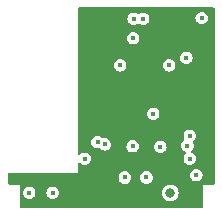
<source format=gbr>
%TF.GenerationSoftware,KiCad,Pcbnew,7.0.10*%
%TF.CreationDate,2024-04-18T15:46:53+08:00*%
%TF.ProjectId,esp32c3-vertical,65737033-3263-4332-9d76-657274696361,rev?*%
%TF.SameCoordinates,Original*%
%TF.FileFunction,Copper,L3,Inr*%
%TF.FilePolarity,Positive*%
%FSLAX46Y46*%
G04 Gerber Fmt 4.6, Leading zero omitted, Abs format (unit mm)*
G04 Created by KiCad (PCBNEW 7.0.10) date 2024-04-18 15:46:53*
%MOMM*%
%LPD*%
G01*
G04 APERTURE LIST*
%TA.AperFunction,ViaPad*%
%ADD10C,0.450000*%
%TD*%
%TA.AperFunction,ViaPad*%
%ADD11C,0.800000*%
%TD*%
G04 APERTURE END LIST*
D10*
%TO.N,GND*%
X13650000Y12100000D03*
%TO.N,+3.3V*%
X15100000Y11100000D03*
%TO.N,GND*%
X12300000Y8000000D03*
X9500000Y12100000D03*
%TO.N,U0RX*%
X11450000Y16025000D03*
%TO.N,U0TX*%
X10650000Y16025000D03*
%TO.N,OP*%
X10600000Y14400000D03*
%TO.N,CH2*%
X3785714Y1300000D03*
%TO.N,CH1*%
X1800000Y1300000D03*
%TO.N,CH2*%
X7583353Y5605549D03*
%TO.N,CH1*%
X8200000Y5400000D03*
%TO.N,GND*%
X15400000Y4200000D03*
%TO.N,OUT1*%
X15200000Y5300000D03*
X11728570Y2600000D03*
%TO.N,OUT2*%
X9900000Y2600000D03*
X15400000Y6125000D03*
%TO.N,+3.3V*%
X8200000Y8000000D03*
X9100000Y5200000D03*
%TO.N,GND*%
X6500000Y4200000D03*
X16400000Y16100000D03*
%TO.N,Net-(U2-GPIO8)*%
X15100000Y12725000D03*
%TO.N,Net-(U2-GPIO2{slash}ADC1_CH2)*%
X10550000Y5250000D03*
%TO.N,EN*%
X12900000Y5200000D03*
D11*
%TO.N,GND*%
X13750000Y1300000D03*
D10*
%TO.N,+5V*%
X15950000Y2800000D03*
%TD*%
%TA.AperFunction,Conductor*%
%TO.N,+3.3V*%
G36*
X17442539Y16979815D02*
G01*
X17488294Y16927011D01*
X17499500Y16875500D01*
X17499500Y2124500D01*
X17479815Y2057461D01*
X17427011Y2011706D01*
X17375500Y2000500D01*
X16524760Y2000500D01*
X16524554Y2000541D01*
X16499998Y2000541D01*
X16499807Y2000462D01*
X16499619Y2000385D01*
X16499615Y2000382D01*
X16499459Y2000001D01*
X16499476Y1975384D01*
X16499471Y1975384D01*
X16499500Y1975241D01*
X16499500Y124500D01*
X16479815Y57461D01*
X16427011Y11706D01*
X16375500Y500D01*
X1124500Y500D01*
X1057461Y20185D01*
X1011706Y72989D01*
X1000500Y124500D01*
X1000500Y1300000D01*
X1269965Y1300000D01*
X1288026Y1162819D01*
X1288027Y1162814D01*
X1340974Y1034985D01*
X1340975Y1034983D01*
X1340976Y1034982D01*
X1425209Y925209D01*
X1534982Y840976D01*
X1662817Y788026D01*
X1785702Y771848D01*
X1799999Y769965D01*
X1800000Y769965D01*
X1800001Y769965D01*
X1812947Y771670D01*
X1937183Y788026D01*
X2065018Y840976D01*
X2174791Y925209D01*
X2259024Y1034982D01*
X2311974Y1162817D01*
X2330035Y1300000D01*
X3255679Y1300000D01*
X3273740Y1162819D01*
X3273741Y1162814D01*
X3326688Y1034985D01*
X3326689Y1034983D01*
X3326690Y1034982D01*
X3410923Y925209D01*
X3520696Y840976D01*
X3648531Y788026D01*
X3771416Y771848D01*
X3785713Y769965D01*
X3785714Y769965D01*
X3785715Y769965D01*
X3798661Y771670D01*
X3922897Y788026D01*
X4050732Y840976D01*
X4160505Y925209D01*
X4244738Y1034982D01*
X4297688Y1162817D01*
X4315749Y1300000D01*
X13044355Y1300000D01*
X13064859Y1131131D01*
X13064860Y1131126D01*
X13125182Y972069D01*
X13157527Y925210D01*
X13221817Y832071D01*
X13327505Y738440D01*
X13349150Y719264D01*
X13499773Y640211D01*
X13499775Y640210D01*
X13664944Y599500D01*
X13835056Y599500D01*
X14000225Y640210D01*
X14079692Y681919D01*
X14150849Y719264D01*
X14150850Y719266D01*
X14150852Y719266D01*
X14278183Y832071D01*
X14374818Y972070D01*
X14435140Y1131128D01*
X14455645Y1300000D01*
X14435140Y1468872D01*
X14374818Y1627930D01*
X14278183Y1767929D01*
X14150852Y1880734D01*
X14150849Y1880737D01*
X14000226Y1959790D01*
X13835056Y2000500D01*
X13664944Y2000500D01*
X13499773Y1959790D01*
X13349150Y1880737D01*
X13221816Y1767928D01*
X13125182Y1627932D01*
X13064860Y1468875D01*
X13064859Y1468870D01*
X13044355Y1300000D01*
X4315749Y1300000D01*
X4297688Y1437183D01*
X4244738Y1565017D01*
X4160505Y1674791D01*
X4160503Y1674792D01*
X4160503Y1674793D01*
X4050729Y1759026D01*
X3922900Y1811973D01*
X3922898Y1811974D01*
X3922897Y1811974D01*
X3831441Y1824015D01*
X3785715Y1830035D01*
X3785713Y1830035D01*
X3717122Y1821005D01*
X3648531Y1811974D01*
X3648530Y1811974D01*
X3648527Y1811973D01*
X3520699Y1759026D01*
X3410923Y1674791D01*
X3326688Y1565015D01*
X3273741Y1437187D01*
X3273740Y1437182D01*
X3255679Y1300001D01*
X3255679Y1300000D01*
X2330035Y1300000D01*
X2311974Y1437183D01*
X2259024Y1565017D01*
X2174791Y1674791D01*
X2174789Y1674792D01*
X2174789Y1674793D01*
X2065015Y1759026D01*
X1937186Y1811973D01*
X1937184Y1811974D01*
X1937183Y1811974D01*
X1845727Y1824015D01*
X1800001Y1830035D01*
X1799999Y1830035D01*
X1731408Y1821005D01*
X1662817Y1811974D01*
X1662816Y1811974D01*
X1662813Y1811973D01*
X1534985Y1759026D01*
X1425209Y1674791D01*
X1340974Y1565015D01*
X1288027Y1437187D01*
X1288026Y1437182D01*
X1269965Y1300001D01*
X1269965Y1300000D01*
X1000500Y1300000D01*
X1000500Y1975241D01*
X1000528Y1975384D01*
X1000524Y1975384D01*
X1000539Y1999998D01*
X1000541Y2000000D01*
X1000462Y2000192D01*
X1000384Y2000382D01*
X1000380Y2000386D01*
X1000194Y2000462D01*
X1000002Y2000541D01*
X975446Y2000541D01*
X975240Y2000500D01*
X124500Y2000500D01*
X57461Y2020185D01*
X11706Y2072989D01*
X500Y2124500D01*
X500Y2600000D01*
X9369965Y2600000D01*
X9388026Y2462819D01*
X9388027Y2462814D01*
X9440974Y2334985D01*
X9440975Y2334983D01*
X9440976Y2334982D01*
X9525209Y2225209D01*
X9634982Y2140976D01*
X9762817Y2088026D01*
X9885702Y2071848D01*
X9899999Y2069965D01*
X9900000Y2069965D01*
X9900001Y2069965D01*
X9912947Y2071670D01*
X10037183Y2088026D01*
X10165018Y2140976D01*
X10274791Y2225209D01*
X10359024Y2334982D01*
X10411974Y2462817D01*
X10430035Y2600000D01*
X11198535Y2600000D01*
X11216596Y2462819D01*
X11216597Y2462814D01*
X11269544Y2334985D01*
X11269545Y2334983D01*
X11269546Y2334982D01*
X11353779Y2225209D01*
X11463552Y2140976D01*
X11591387Y2088026D01*
X11714272Y2071848D01*
X11728569Y2069965D01*
X11728570Y2069965D01*
X11728571Y2069965D01*
X11741517Y2071670D01*
X11865753Y2088026D01*
X11993588Y2140976D01*
X12103361Y2225209D01*
X12187594Y2334982D01*
X12240544Y2462817D01*
X12258605Y2600000D01*
X12240544Y2737183D01*
X12214525Y2800000D01*
X15419965Y2800000D01*
X15428235Y2737182D01*
X15438026Y2662819D01*
X15438027Y2662814D01*
X15490974Y2534985D01*
X15490975Y2534983D01*
X15490976Y2534982D01*
X15575209Y2425209D01*
X15684982Y2340976D01*
X15812817Y2288026D01*
X15935702Y2271848D01*
X15949999Y2269965D01*
X15950000Y2269965D01*
X15950001Y2269965D01*
X15962947Y2271670D01*
X16087183Y2288026D01*
X16215018Y2340976D01*
X16324791Y2425209D01*
X16409024Y2534982D01*
X16461974Y2662817D01*
X16480035Y2800000D01*
X16461974Y2937183D01*
X16426674Y3022406D01*
X16409025Y3065015D01*
X16409024Y3065016D01*
X16409024Y3065017D01*
X16324791Y3174791D01*
X16324789Y3174792D01*
X16324789Y3174793D01*
X16215015Y3259026D01*
X16087186Y3311973D01*
X16087184Y3311974D01*
X16087183Y3311974D01*
X15995727Y3324015D01*
X15950001Y3330035D01*
X15949999Y3330035D01*
X15881408Y3321005D01*
X15812817Y3311974D01*
X15812816Y3311974D01*
X15812813Y3311973D01*
X15684985Y3259026D01*
X15575209Y3174791D01*
X15490974Y3065015D01*
X15438027Y2937187D01*
X15438026Y2937184D01*
X15438026Y2937183D01*
X15419965Y2800000D01*
X12214525Y2800000D01*
X12187594Y2865017D01*
X12103361Y2974791D01*
X12103359Y2974792D01*
X12103359Y2974793D01*
X11993585Y3059026D01*
X11865756Y3111973D01*
X11865754Y3111974D01*
X11865753Y3111974D01*
X11774297Y3124015D01*
X11728571Y3130035D01*
X11728569Y3130035D01*
X11659978Y3121005D01*
X11591387Y3111974D01*
X11591386Y3111974D01*
X11591383Y3111973D01*
X11463555Y3059026D01*
X11353779Y2974791D01*
X11269544Y2865015D01*
X11216597Y2737187D01*
X11216596Y2737182D01*
X11198535Y2600001D01*
X11198535Y2600000D01*
X10430035Y2600000D01*
X10411974Y2737183D01*
X10359024Y2865017D01*
X10274791Y2974791D01*
X10274789Y2974792D01*
X10274789Y2974793D01*
X10165015Y3059026D01*
X10037186Y3111973D01*
X10037184Y3111974D01*
X10037183Y3111974D01*
X9945727Y3124015D01*
X9900001Y3130035D01*
X9899999Y3130035D01*
X9831408Y3121005D01*
X9762817Y3111974D01*
X9762816Y3111974D01*
X9762813Y3111973D01*
X9634985Y3059026D01*
X9525209Y2974791D01*
X9440974Y2865015D01*
X9388027Y2737187D01*
X9388026Y2737182D01*
X9369965Y2600001D01*
X9369965Y2600000D01*
X500Y2600000D01*
X500Y2876000D01*
X20185Y2943039D01*
X72989Y2988794D01*
X124500Y3000000D01*
X5900000Y3000000D01*
X5900000Y3753415D01*
X5919685Y3820454D01*
X5972489Y3866209D01*
X6041647Y3876153D01*
X6105203Y3847128D01*
X6122375Y3828902D01*
X6125209Y3825209D01*
X6234982Y3740976D01*
X6362817Y3688026D01*
X6485702Y3671848D01*
X6499999Y3669965D01*
X6500000Y3669965D01*
X6500001Y3669965D01*
X6512947Y3671670D01*
X6637183Y3688026D01*
X6765018Y3740976D01*
X6874791Y3825209D01*
X6959024Y3934982D01*
X7011974Y4062817D01*
X7030035Y4200000D01*
X7011974Y4337183D01*
X6959024Y4465017D01*
X6874791Y4574791D01*
X6874789Y4574792D01*
X6874789Y4574793D01*
X6805778Y4627747D01*
X6765018Y4659024D01*
X6765017Y4659025D01*
X6765015Y4659026D01*
X6637186Y4711973D01*
X6637184Y4711974D01*
X6637183Y4711974D01*
X6545727Y4724015D01*
X6500001Y4730035D01*
X6499999Y4730035D01*
X6431408Y4721005D01*
X6362817Y4711974D01*
X6362816Y4711974D01*
X6362813Y4711973D01*
X6234985Y4659026D01*
X6218772Y4646585D01*
X6125209Y4574791D01*
X6125207Y4574790D01*
X6125206Y4574788D01*
X6122374Y4571097D01*
X6065946Y4529895D01*
X5996200Y4525742D01*
X5935280Y4559955D01*
X5902528Y4621673D01*
X5900000Y4646585D01*
X5900000Y5605549D01*
X7053318Y5605549D01*
X7065237Y5515015D01*
X7071379Y5468368D01*
X7071380Y5468363D01*
X7124327Y5340534D01*
X7124328Y5340532D01*
X7124329Y5340531D01*
X7208562Y5230758D01*
X7318335Y5146525D01*
X7318336Y5146525D01*
X7318337Y5146524D01*
X7346203Y5134982D01*
X7446170Y5093575D01*
X7569055Y5077397D01*
X7583352Y5075514D01*
X7583353Y5075514D01*
X7583354Y5075514D01*
X7615216Y5079709D01*
X7696979Y5090474D01*
X7766013Y5079709D01*
X7811538Y5043024D01*
X7825207Y5025211D01*
X7825209Y5025209D01*
X7934982Y4940976D01*
X8062817Y4888026D01*
X8182606Y4872255D01*
X8199999Y4869965D01*
X8200000Y4869965D01*
X8200001Y4869965D01*
X8212947Y4871670D01*
X8337183Y4888026D01*
X8465018Y4940976D01*
X8574791Y5025209D01*
X8659024Y5134982D01*
X8706665Y5250000D01*
X10019965Y5250000D01*
X10035107Y5134985D01*
X10038026Y5112819D01*
X10038027Y5112814D01*
X10090974Y4984985D01*
X10090975Y4984983D01*
X10090976Y4984982D01*
X10175209Y4875209D01*
X10284982Y4790976D01*
X10412817Y4738026D01*
X10535702Y4721848D01*
X10549999Y4719965D01*
X10550000Y4719965D01*
X10550001Y4719965D01*
X10562947Y4721670D01*
X10687183Y4738026D01*
X10815018Y4790976D01*
X10924791Y4875209D01*
X11009024Y4984982D01*
X11061974Y5112817D01*
X11073452Y5200000D01*
X12369965Y5200000D01*
X12386354Y5075514D01*
X12388026Y5062819D01*
X12388027Y5062814D01*
X12440974Y4934985D01*
X12440975Y4934983D01*
X12440976Y4934982D01*
X12525209Y4825209D01*
X12634982Y4740976D01*
X12634983Y4740976D01*
X12634984Y4740975D01*
X12642104Y4738026D01*
X12762817Y4688026D01*
X12885702Y4671848D01*
X12899999Y4669965D01*
X12900000Y4669965D01*
X12900001Y4669965D01*
X12912947Y4671670D01*
X13037183Y4688026D01*
X13165018Y4740976D01*
X13274791Y4825209D01*
X13359024Y4934982D01*
X13411974Y5062817D01*
X13430035Y5200000D01*
X13416869Y5300000D01*
X14669965Y5300000D01*
X14683130Y5200001D01*
X14688026Y5162819D01*
X14688027Y5162814D01*
X14740974Y5034985D01*
X14740975Y5034983D01*
X14740976Y5034982D01*
X14825209Y4925209D01*
X14934982Y4840976D01*
X15020441Y4805579D01*
X15074842Y4761741D01*
X15096908Y4695447D01*
X15079630Y4627747D01*
X15048476Y4592645D01*
X15025210Y4574793D01*
X14940974Y4465015D01*
X14888027Y4337187D01*
X14888026Y4337182D01*
X14869965Y4200001D01*
X14869965Y4200000D01*
X14888026Y4062819D01*
X14888027Y4062814D01*
X14940974Y3934985D01*
X14940975Y3934983D01*
X14940976Y3934982D01*
X15025209Y3825209D01*
X15134982Y3740976D01*
X15262817Y3688026D01*
X15385702Y3671848D01*
X15399999Y3669965D01*
X15400000Y3669965D01*
X15400001Y3669965D01*
X15412947Y3671670D01*
X15537183Y3688026D01*
X15665018Y3740976D01*
X15774791Y3825209D01*
X15859024Y3934982D01*
X15911974Y4062817D01*
X15930035Y4200000D01*
X15911974Y4337183D01*
X15859024Y4465017D01*
X15774791Y4574791D01*
X15774789Y4574792D01*
X15774789Y4574793D01*
X15705778Y4627747D01*
X15665018Y4659024D01*
X15665017Y4659025D01*
X15665015Y4659026D01*
X15579561Y4694421D01*
X15525157Y4738261D01*
X15503092Y4804555D01*
X15520371Y4872255D01*
X15551526Y4907358D01*
X15574791Y4925209D01*
X15659024Y5034982D01*
X15711974Y5162817D01*
X15730035Y5300000D01*
X15711974Y5437183D01*
X15665147Y5550233D01*
X15657679Y5619701D01*
X15688954Y5682180D01*
X15704219Y5696057D01*
X15774791Y5750209D01*
X15859024Y5859982D01*
X15911974Y5987817D01*
X15930035Y6125000D01*
X15911974Y6262183D01*
X15859024Y6390017D01*
X15774791Y6499791D01*
X15774789Y6499792D01*
X15774789Y6499793D01*
X15665015Y6584026D01*
X15537186Y6636973D01*
X15537184Y6636974D01*
X15537183Y6636974D01*
X15445727Y6649015D01*
X15400001Y6655035D01*
X15399999Y6655035D01*
X15331408Y6646005D01*
X15262817Y6636974D01*
X15262816Y6636974D01*
X15262813Y6636973D01*
X15134985Y6584026D01*
X15025209Y6499791D01*
X14940974Y6390015D01*
X14888027Y6262187D01*
X14888026Y6262182D01*
X14869965Y6125001D01*
X14869965Y6125000D01*
X14888025Y5987820D01*
X14888025Y5987818D01*
X14888026Y5987817D01*
X14926238Y5895563D01*
X14934852Y5874768D01*
X14942320Y5805298D01*
X14911044Y5742819D01*
X14895777Y5728941D01*
X14825211Y5674794D01*
X14740974Y5565015D01*
X14688027Y5437187D01*
X14688026Y5437184D01*
X14688026Y5437183D01*
X14669965Y5300000D01*
X13416869Y5300000D01*
X13411974Y5337183D01*
X13359024Y5465017D01*
X13274791Y5574791D01*
X13274789Y5574792D01*
X13274789Y5574793D01*
X13165015Y5659026D01*
X13037186Y5711973D01*
X13037184Y5711974D01*
X13037183Y5711974D01*
X12908310Y5728941D01*
X12900001Y5730035D01*
X12899999Y5730035D01*
X12891690Y5728941D01*
X12762817Y5711974D01*
X12762816Y5711974D01*
X12762813Y5711973D01*
X12634985Y5659026D01*
X12525209Y5574791D01*
X12440974Y5465015D01*
X12388027Y5337187D01*
X12388026Y5337184D01*
X12388026Y5337183D01*
X12369965Y5200000D01*
X11073452Y5200000D01*
X11080035Y5250000D01*
X11061974Y5387183D01*
X11009024Y5515017D01*
X10924791Y5624791D01*
X10924789Y5624792D01*
X10924789Y5624793D01*
X10815015Y5709026D01*
X10687186Y5761973D01*
X10687184Y5761974D01*
X10687183Y5761974D01*
X10589816Y5774793D01*
X10550001Y5780035D01*
X10549999Y5780035D01*
X10510184Y5774793D01*
X10412817Y5761974D01*
X10412816Y5761974D01*
X10412813Y5761973D01*
X10284985Y5709026D01*
X10175209Y5624791D01*
X10090974Y5515015D01*
X10038027Y5387187D01*
X10038026Y5387184D01*
X10038026Y5387183D01*
X10019965Y5250000D01*
X8706665Y5250000D01*
X8711974Y5262817D01*
X8730035Y5400000D01*
X8711974Y5537183D01*
X8669493Y5639743D01*
X8659025Y5665015D01*
X8659024Y5665016D01*
X8659024Y5665017D01*
X8574791Y5774791D01*
X8574789Y5774792D01*
X8574789Y5774793D01*
X8465015Y5859026D01*
X8337186Y5911973D01*
X8337184Y5911974D01*
X8337183Y5911974D01*
X8231848Y5925842D01*
X8200001Y5930035D01*
X8199998Y5930035D01*
X8086372Y5915076D01*
X8017337Y5925842D01*
X7971812Y5962528D01*
X7958144Y5980340D01*
X7848368Y6064575D01*
X7720539Y6117522D01*
X7720537Y6117523D01*
X7720536Y6117523D01*
X7629080Y6129564D01*
X7583354Y6135584D01*
X7583352Y6135584D01*
X7514761Y6126554D01*
X7446170Y6117523D01*
X7446169Y6117523D01*
X7446166Y6117522D01*
X7318338Y6064575D01*
X7208562Y5980340D01*
X7124327Y5870564D01*
X7071380Y5742736D01*
X7071379Y5742731D01*
X7055852Y5624793D01*
X7053318Y5605549D01*
X5900000Y5605549D01*
X5900000Y8000000D01*
X11769965Y8000000D01*
X11788026Y7862819D01*
X11788027Y7862814D01*
X11840974Y7734985D01*
X11840975Y7734983D01*
X11840976Y7734982D01*
X11925209Y7625209D01*
X12034982Y7540976D01*
X12162817Y7488026D01*
X12285702Y7471848D01*
X12299999Y7469965D01*
X12300000Y7469965D01*
X12300001Y7469965D01*
X12312947Y7471670D01*
X12437183Y7488026D01*
X12565018Y7540976D01*
X12674791Y7625209D01*
X12759024Y7734982D01*
X12811974Y7862817D01*
X12830035Y8000000D01*
X12811974Y8137183D01*
X12759024Y8265017D01*
X12674791Y8374791D01*
X12674789Y8374792D01*
X12674789Y8374793D01*
X12565015Y8459026D01*
X12437186Y8511973D01*
X12437184Y8511974D01*
X12437183Y8511974D01*
X12345727Y8524015D01*
X12300001Y8530035D01*
X12299999Y8530035D01*
X12231408Y8521005D01*
X12162817Y8511974D01*
X12162816Y8511974D01*
X12162813Y8511973D01*
X12034985Y8459026D01*
X11925209Y8374791D01*
X11840974Y8265015D01*
X11788027Y8137187D01*
X11788026Y8137182D01*
X11769965Y8000001D01*
X11769965Y8000000D01*
X5900000Y8000000D01*
X5900000Y12100000D01*
X8969965Y12100000D01*
X8988026Y11962819D01*
X8988027Y11962814D01*
X9040974Y11834985D01*
X9040975Y11834983D01*
X9040976Y11834982D01*
X9125209Y11725209D01*
X9234982Y11640976D01*
X9362817Y11588026D01*
X9485702Y11571848D01*
X9499999Y11569965D01*
X9500000Y11569965D01*
X9500001Y11569965D01*
X9512947Y11571670D01*
X9637183Y11588026D01*
X9765018Y11640976D01*
X9874791Y11725209D01*
X9959024Y11834982D01*
X10011974Y11962817D01*
X10030035Y12100000D01*
X13119965Y12100000D01*
X13138026Y11962819D01*
X13138027Y11962814D01*
X13190974Y11834985D01*
X13190975Y11834983D01*
X13190976Y11834982D01*
X13275209Y11725209D01*
X13384982Y11640976D01*
X13512817Y11588026D01*
X13635702Y11571848D01*
X13649999Y11569965D01*
X13650000Y11569965D01*
X13650001Y11569965D01*
X13662947Y11571670D01*
X13787183Y11588026D01*
X13915018Y11640976D01*
X14024791Y11725209D01*
X14109024Y11834982D01*
X14161974Y11962817D01*
X14180035Y12100000D01*
X14161974Y12237183D01*
X14109024Y12365017D01*
X14024791Y12474791D01*
X14024789Y12474792D01*
X14024789Y12474793D01*
X13915015Y12559026D01*
X13787186Y12611973D01*
X13787184Y12611974D01*
X13787183Y12611974D01*
X13695727Y12624015D01*
X13650001Y12630035D01*
X13649999Y12630035D01*
X13581408Y12621005D01*
X13512817Y12611974D01*
X13512816Y12611974D01*
X13512813Y12611973D01*
X13384985Y12559026D01*
X13275209Y12474791D01*
X13190974Y12365015D01*
X13138027Y12237187D01*
X13138026Y12237182D01*
X13119965Y12100001D01*
X13119965Y12100000D01*
X10030035Y12100000D01*
X10011974Y12237183D01*
X9959024Y12365017D01*
X9874791Y12474791D01*
X9874789Y12474792D01*
X9874789Y12474793D01*
X9765015Y12559026D01*
X9637186Y12611973D01*
X9637184Y12611974D01*
X9637183Y12611974D01*
X9545727Y12624015D01*
X9500001Y12630035D01*
X9499999Y12630035D01*
X9431408Y12621005D01*
X9362817Y12611974D01*
X9362816Y12611974D01*
X9362813Y12611973D01*
X9234985Y12559026D01*
X9125209Y12474791D01*
X9040974Y12365015D01*
X8988027Y12237187D01*
X8988026Y12237182D01*
X8969965Y12100001D01*
X8969965Y12100000D01*
X5900000Y12100000D01*
X5900000Y12725000D01*
X14569965Y12725000D01*
X14588026Y12587819D01*
X14588027Y12587814D01*
X14640974Y12459985D01*
X14640975Y12459983D01*
X14640976Y12459982D01*
X14725209Y12350209D01*
X14834982Y12265976D01*
X14962817Y12213026D01*
X15085702Y12196848D01*
X15099999Y12194965D01*
X15100000Y12194965D01*
X15100001Y12194965D01*
X15112947Y12196670D01*
X15237183Y12213026D01*
X15365018Y12265976D01*
X15474791Y12350209D01*
X15559024Y12459982D01*
X15611974Y12587817D01*
X15630035Y12725000D01*
X15611974Y12862183D01*
X15559024Y12990017D01*
X15474791Y13099791D01*
X15474789Y13099792D01*
X15474789Y13099793D01*
X15365015Y13184026D01*
X15237186Y13236973D01*
X15237184Y13236974D01*
X15237183Y13236974D01*
X15145727Y13249015D01*
X15100001Y13255035D01*
X15099999Y13255035D01*
X15031408Y13246005D01*
X14962817Y13236974D01*
X14962816Y13236974D01*
X14962813Y13236973D01*
X14834985Y13184026D01*
X14725209Y13099791D01*
X14640974Y12990015D01*
X14588027Y12862187D01*
X14588026Y12862182D01*
X14569965Y12725001D01*
X14569965Y12725000D01*
X5900000Y12725000D01*
X5900000Y14400000D01*
X10069965Y14400000D01*
X10088026Y14262819D01*
X10088027Y14262814D01*
X10140974Y14134985D01*
X10140975Y14134983D01*
X10140976Y14134982D01*
X10225209Y14025209D01*
X10334982Y13940976D01*
X10462817Y13888026D01*
X10585702Y13871848D01*
X10599999Y13869965D01*
X10600000Y13869965D01*
X10600001Y13869965D01*
X10612947Y13871670D01*
X10737183Y13888026D01*
X10865018Y13940976D01*
X10974791Y14025209D01*
X11059024Y14134982D01*
X11111974Y14262817D01*
X11130035Y14400000D01*
X11111974Y14537183D01*
X11059024Y14665017D01*
X10974791Y14774791D01*
X10974789Y14774792D01*
X10974789Y14774793D01*
X10865015Y14859026D01*
X10737186Y14911973D01*
X10737184Y14911974D01*
X10737183Y14911974D01*
X10645727Y14924015D01*
X10600001Y14930035D01*
X10599999Y14930035D01*
X10531408Y14921005D01*
X10462817Y14911974D01*
X10462816Y14911974D01*
X10462813Y14911973D01*
X10334985Y14859026D01*
X10225209Y14774791D01*
X10140974Y14665015D01*
X10088027Y14537187D01*
X10088026Y14537182D01*
X10069965Y14400001D01*
X10069965Y14400000D01*
X5900000Y14400000D01*
X5900000Y16025000D01*
X10119965Y16025000D01*
X10138026Y15887819D01*
X10138027Y15887814D01*
X10190974Y15759985D01*
X10190975Y15759983D01*
X10190976Y15759982D01*
X10275209Y15650209D01*
X10384982Y15565976D01*
X10512817Y15513026D01*
X10635702Y15496848D01*
X10649999Y15494965D01*
X10650000Y15494965D01*
X10650001Y15494965D01*
X10662947Y15496670D01*
X10787183Y15513026D01*
X10915018Y15565976D01*
X10974514Y15611631D01*
X11039681Y15636824D01*
X11108126Y15622786D01*
X11125480Y15611635D01*
X11184982Y15565976D01*
X11312817Y15513026D01*
X11435702Y15496848D01*
X11449999Y15494965D01*
X11450000Y15494965D01*
X11450001Y15494965D01*
X11462947Y15496670D01*
X11587183Y15513026D01*
X11715018Y15565976D01*
X11824791Y15650209D01*
X11909024Y15759982D01*
X11961974Y15887817D01*
X11980035Y16025000D01*
X11970161Y16100000D01*
X15869965Y16100000D01*
X15888026Y15962819D01*
X15888027Y15962814D01*
X15940974Y15834985D01*
X15940975Y15834983D01*
X15940976Y15834982D01*
X16025209Y15725209D01*
X16134982Y15640976D01*
X16262817Y15588026D01*
X16385702Y15571848D01*
X16399999Y15569965D01*
X16400000Y15569965D01*
X16400001Y15569965D01*
X16412947Y15571670D01*
X16537183Y15588026D01*
X16665018Y15640976D01*
X16774791Y15725209D01*
X16859024Y15834982D01*
X16911974Y15962817D01*
X16930035Y16100000D01*
X16911974Y16237183D01*
X16859024Y16365017D01*
X16774791Y16474791D01*
X16774789Y16474792D01*
X16774789Y16474793D01*
X16665015Y16559026D01*
X16537186Y16611973D01*
X16537184Y16611974D01*
X16537183Y16611974D01*
X16445727Y16624015D01*
X16400001Y16630035D01*
X16399999Y16630035D01*
X16331408Y16621005D01*
X16262817Y16611974D01*
X16262816Y16611974D01*
X16262813Y16611973D01*
X16134985Y16559026D01*
X16025209Y16474791D01*
X15940974Y16365015D01*
X15888027Y16237187D01*
X15888026Y16237182D01*
X15869965Y16100001D01*
X15869965Y16100000D01*
X11970161Y16100000D01*
X11961974Y16162183D01*
X11909024Y16290017D01*
X11824791Y16399791D01*
X11824789Y16399792D01*
X11824789Y16399793D01*
X11758220Y16450873D01*
X11715018Y16484024D01*
X11715017Y16484025D01*
X11715015Y16484026D01*
X11587186Y16536973D01*
X11587184Y16536974D01*
X11587183Y16536974D01*
X11495727Y16549015D01*
X11450001Y16555035D01*
X11449999Y16555035D01*
X11381408Y16546005D01*
X11312817Y16536974D01*
X11312816Y16536974D01*
X11312813Y16536973D01*
X11184984Y16484026D01*
X11184982Y16484024D01*
X11125486Y16438371D01*
X11060317Y16413177D01*
X10991872Y16427216D01*
X10974513Y16438371D01*
X10915018Y16484024D01*
X10915017Y16484025D01*
X10915015Y16484026D01*
X10787186Y16536973D01*
X10787184Y16536974D01*
X10787183Y16536974D01*
X10695727Y16549015D01*
X10650001Y16555035D01*
X10649999Y16555035D01*
X10581408Y16546005D01*
X10512817Y16536974D01*
X10512816Y16536974D01*
X10512813Y16536973D01*
X10384985Y16484026D01*
X10275209Y16399791D01*
X10190974Y16290015D01*
X10138027Y16162187D01*
X10138026Y16162182D01*
X10119965Y16025001D01*
X10119965Y16025000D01*
X5900000Y16025000D01*
X5900000Y16875500D01*
X5919685Y16942539D01*
X5972489Y16988294D01*
X6024000Y16999500D01*
X17375500Y16999500D01*
X17442539Y16979815D01*
G37*
%TD.AperFunction*%
%TD*%
M02*

</source>
